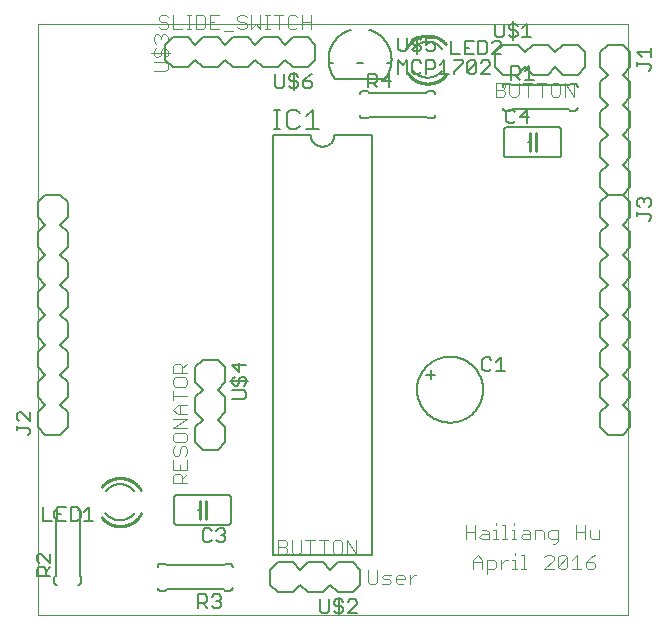
<source format=gto>
G75*
%MOIN*%
%OFA0B0*%
%FSLAX25Y25*%
%IPPOS*%
%LPD*%
%AMOC8*
5,1,8,0,0,1.08239X$1,22.5*
%
%ADD10C,0.00000*%
%ADD11C,0.00400*%
%ADD12C,0.00600*%
%ADD13C,0.00500*%
%ADD14C,0.01000*%
%ADD15C,0.00800*%
D10*
X0009867Y0002367D02*
X0009867Y0199217D01*
X0206717Y0199217D01*
X0206717Y0002367D01*
X0009867Y0002367D01*
D11*
X0055063Y0046131D02*
X0055063Y0048433D01*
X0055830Y0049201D01*
X0057365Y0049201D01*
X0058132Y0048433D01*
X0058132Y0046131D01*
X0059667Y0046131D02*
X0055063Y0046131D01*
X0058132Y0047666D02*
X0059667Y0049201D01*
X0059667Y0050735D02*
X0059667Y0053804D01*
X0058899Y0055339D02*
X0059667Y0056106D01*
X0059667Y0057641D01*
X0058899Y0058408D01*
X0058132Y0058408D01*
X0057365Y0057641D01*
X0057365Y0056106D01*
X0056597Y0055339D01*
X0055830Y0055339D01*
X0055063Y0056106D01*
X0055063Y0057641D01*
X0055830Y0058408D01*
X0055830Y0059943D02*
X0058899Y0059943D01*
X0059667Y0060710D01*
X0059667Y0062245D01*
X0058899Y0063012D01*
X0055830Y0063012D01*
X0055063Y0062245D01*
X0055063Y0060710D01*
X0055830Y0059943D01*
X0055063Y0064547D02*
X0059667Y0067616D01*
X0055063Y0067616D01*
X0056597Y0069151D02*
X0055063Y0070686D01*
X0056597Y0072220D01*
X0059667Y0072220D01*
X0057365Y0072220D02*
X0057365Y0069151D01*
X0056597Y0069151D02*
X0059667Y0069151D01*
X0059667Y0064547D02*
X0055063Y0064547D01*
X0055063Y0073755D02*
X0055063Y0076824D01*
X0055063Y0075289D02*
X0059667Y0075289D01*
X0058899Y0078359D02*
X0055830Y0078359D01*
X0055063Y0079126D01*
X0055063Y0080661D01*
X0055830Y0081428D01*
X0058899Y0081428D01*
X0059667Y0080661D01*
X0059667Y0079126D01*
X0058899Y0078359D01*
X0058132Y0082963D02*
X0058132Y0085265D01*
X0057365Y0086032D01*
X0055830Y0086032D01*
X0055063Y0085265D01*
X0055063Y0082963D01*
X0059667Y0082963D01*
X0058132Y0084497D02*
X0059667Y0086032D01*
X0055063Y0053804D02*
X0055063Y0050735D01*
X0059667Y0050735D01*
X0057365Y0050735D02*
X0057365Y0052270D01*
X0089943Y0027171D02*
X0089943Y0022567D01*
X0092245Y0022567D01*
X0093012Y0023334D01*
X0093012Y0024101D01*
X0092245Y0024869D01*
X0089943Y0024869D01*
X0089943Y0027171D02*
X0092245Y0027171D01*
X0093012Y0026403D01*
X0093012Y0025636D01*
X0092245Y0024869D01*
X0094547Y0023334D02*
X0095314Y0022567D01*
X0096849Y0022567D01*
X0097616Y0023334D01*
X0097616Y0027171D01*
X0099151Y0027171D02*
X0102220Y0027171D01*
X0100686Y0027171D02*
X0100686Y0022567D01*
X0105289Y0022567D02*
X0105289Y0027171D01*
X0103755Y0027171D02*
X0106824Y0027171D01*
X0108359Y0026403D02*
X0108359Y0023334D01*
X0109126Y0022567D01*
X0110661Y0022567D01*
X0111428Y0023334D01*
X0111428Y0026403D01*
X0110661Y0027171D01*
X0109126Y0027171D01*
X0108359Y0026403D01*
X0112963Y0027171D02*
X0112963Y0022567D01*
X0116032Y0022567D02*
X0116032Y0027171D01*
X0112963Y0027171D02*
X0116032Y0022567D01*
X0120067Y0017171D02*
X0120067Y0013334D01*
X0120834Y0012567D01*
X0122369Y0012567D01*
X0123136Y0013334D01*
X0123136Y0017171D01*
X0125438Y0015636D02*
X0127740Y0015636D01*
X0129275Y0014869D02*
X0129275Y0013334D01*
X0130042Y0012567D01*
X0131576Y0012567D01*
X0132344Y0014101D02*
X0129275Y0014101D01*
X0129275Y0014869D02*
X0130042Y0015636D01*
X0131576Y0015636D01*
X0132344Y0014869D01*
X0132344Y0014101D01*
X0133878Y0014101D02*
X0135413Y0015636D01*
X0136180Y0015636D01*
X0133878Y0015636D02*
X0133878Y0012567D01*
X0127740Y0013334D02*
X0126973Y0014101D01*
X0125438Y0014101D01*
X0124671Y0014869D01*
X0125438Y0015636D01*
X0124671Y0012567D02*
X0126973Y0012567D01*
X0127740Y0013334D01*
X0152567Y0027567D02*
X0152567Y0032171D01*
X0152567Y0029869D02*
X0155636Y0029869D01*
X0157171Y0028334D02*
X0157938Y0029101D01*
X0160240Y0029101D01*
X0160240Y0029869D02*
X0160240Y0027567D01*
X0157938Y0027567D01*
X0157171Y0028334D01*
X0155636Y0027567D02*
X0155636Y0032171D01*
X0157938Y0030636D02*
X0159473Y0030636D01*
X0160240Y0029869D01*
X0161775Y0030636D02*
X0162542Y0030636D01*
X0162542Y0027567D01*
X0161775Y0027567D02*
X0163309Y0027567D01*
X0164844Y0027567D02*
X0166378Y0027567D01*
X0165611Y0027567D02*
X0165611Y0032171D01*
X0164844Y0032171D01*
X0162542Y0032171D02*
X0162542Y0032938D01*
X0167913Y0030636D02*
X0168680Y0030636D01*
X0168680Y0027567D01*
X0167913Y0027567D02*
X0169448Y0027567D01*
X0170982Y0028334D02*
X0171750Y0029101D01*
X0174052Y0029101D01*
X0174052Y0029869D02*
X0174052Y0027567D01*
X0171750Y0027567D01*
X0170982Y0028334D01*
X0171750Y0030636D02*
X0173284Y0030636D01*
X0174052Y0029869D01*
X0175586Y0030636D02*
X0177888Y0030636D01*
X0178656Y0029869D01*
X0178656Y0027567D01*
X0180190Y0028334D02*
X0180958Y0027567D01*
X0183259Y0027567D01*
X0183259Y0026799D02*
X0183259Y0030636D01*
X0180958Y0030636D01*
X0180190Y0029869D01*
X0180190Y0028334D01*
X0181725Y0026032D02*
X0182492Y0026032D01*
X0183259Y0026799D01*
X0184225Y0022171D02*
X0185759Y0022171D01*
X0186527Y0021403D01*
X0183458Y0018334D01*
X0184225Y0017567D01*
X0185759Y0017567D01*
X0186527Y0018334D01*
X0186527Y0021403D01*
X0188061Y0020636D02*
X0189596Y0022171D01*
X0189596Y0017567D01*
X0188061Y0017567D02*
X0191131Y0017567D01*
X0192665Y0018334D02*
X0192665Y0019869D01*
X0194967Y0019869D01*
X0195735Y0019101D01*
X0195735Y0018334D01*
X0194967Y0017567D01*
X0193433Y0017567D01*
X0192665Y0018334D01*
X0192665Y0019869D02*
X0194200Y0021403D01*
X0195735Y0022171D01*
X0194769Y0027567D02*
X0197071Y0027567D01*
X0197071Y0030636D01*
X0194002Y0030636D02*
X0194002Y0028334D01*
X0194769Y0027567D01*
X0192467Y0027567D02*
X0192467Y0032171D01*
X0192467Y0029869D02*
X0189398Y0029869D01*
X0189398Y0027567D02*
X0189398Y0032171D01*
X0184225Y0022171D02*
X0183458Y0021403D01*
X0183458Y0018334D01*
X0181923Y0017567D02*
X0178854Y0017567D01*
X0181923Y0020636D01*
X0181923Y0021403D01*
X0181156Y0022171D01*
X0179621Y0022171D01*
X0178854Y0021403D01*
X0171948Y0022171D02*
X0171948Y0017567D01*
X0172715Y0017567D02*
X0171180Y0017567D01*
X0169646Y0017567D02*
X0168111Y0017567D01*
X0168878Y0017567D02*
X0168878Y0020636D01*
X0168111Y0020636D01*
X0166576Y0020636D02*
X0165809Y0020636D01*
X0164275Y0019101D01*
X0164275Y0017567D02*
X0164275Y0020636D01*
X0162740Y0019869D02*
X0162740Y0018334D01*
X0161973Y0017567D01*
X0159671Y0017567D01*
X0159671Y0016032D02*
X0159671Y0020636D01*
X0161973Y0020636D01*
X0162740Y0019869D01*
X0158136Y0019869D02*
X0155067Y0019869D01*
X0155067Y0020636D02*
X0155067Y0017567D01*
X0158136Y0017567D02*
X0158136Y0020636D01*
X0156601Y0022171D01*
X0155067Y0020636D01*
X0168878Y0022171D02*
X0168878Y0022938D01*
X0171180Y0022171D02*
X0171948Y0022171D01*
X0175586Y0027567D02*
X0175586Y0030636D01*
X0168680Y0032171D02*
X0168680Y0032938D01*
X0094547Y0027171D02*
X0094547Y0023334D01*
X0162567Y0175067D02*
X0164869Y0175067D01*
X0165636Y0175834D01*
X0165636Y0176601D01*
X0164869Y0177369D01*
X0162567Y0177369D01*
X0162567Y0175067D02*
X0162567Y0179671D01*
X0164869Y0179671D01*
X0165636Y0178903D01*
X0165636Y0178136D01*
X0164869Y0177369D01*
X0167171Y0175834D02*
X0167938Y0175067D01*
X0169473Y0175067D01*
X0170240Y0175834D01*
X0170240Y0179671D01*
X0171775Y0179671D02*
X0174844Y0179671D01*
X0176378Y0179671D02*
X0179448Y0179671D01*
X0177913Y0179671D02*
X0177913Y0175067D01*
X0180982Y0175834D02*
X0180982Y0178903D01*
X0181750Y0179671D01*
X0183284Y0179671D01*
X0184052Y0178903D01*
X0184052Y0175834D01*
X0183284Y0175067D01*
X0181750Y0175067D01*
X0180982Y0175834D01*
X0185586Y0175067D02*
X0185586Y0179671D01*
X0188656Y0175067D01*
X0188656Y0179671D01*
X0173309Y0179671D02*
X0173309Y0175067D01*
X0167171Y0175834D02*
X0167171Y0179671D01*
X0101032Y0197567D02*
X0101032Y0202171D01*
X0101032Y0199869D02*
X0097963Y0199869D01*
X0096428Y0201403D02*
X0095661Y0202171D01*
X0094126Y0202171D01*
X0093359Y0201403D01*
X0093359Y0198334D01*
X0094126Y0197567D01*
X0095661Y0197567D01*
X0096428Y0198334D01*
X0097963Y0197567D02*
X0097963Y0202171D01*
X0091824Y0202171D02*
X0088755Y0202171D01*
X0090289Y0202171D02*
X0090289Y0197567D01*
X0087220Y0197567D02*
X0085685Y0197567D01*
X0086453Y0197567D02*
X0086453Y0202171D01*
X0087220Y0202171D02*
X0085685Y0202171D01*
X0084151Y0202171D02*
X0084151Y0197567D01*
X0082616Y0199101D01*
X0081082Y0197567D01*
X0081082Y0202171D01*
X0079547Y0201403D02*
X0078780Y0202171D01*
X0077245Y0202171D01*
X0076478Y0201403D01*
X0076478Y0200636D01*
X0077245Y0199869D01*
X0078780Y0199869D01*
X0079547Y0199101D01*
X0079547Y0198334D01*
X0078780Y0197567D01*
X0077245Y0197567D01*
X0076478Y0198334D01*
X0074943Y0196799D02*
X0071874Y0196799D01*
X0070339Y0197567D02*
X0067270Y0197567D01*
X0067270Y0202171D01*
X0070339Y0202171D01*
X0068804Y0199869D02*
X0067270Y0199869D01*
X0065735Y0201403D02*
X0064968Y0202171D01*
X0062666Y0202171D01*
X0062666Y0197567D01*
X0064968Y0197567D01*
X0065735Y0198334D01*
X0065735Y0201403D01*
X0061131Y0202171D02*
X0059597Y0202171D01*
X0060364Y0202171D02*
X0060364Y0197567D01*
X0059597Y0197567D02*
X0061131Y0197567D01*
X0058062Y0197567D02*
X0054993Y0197567D01*
X0054993Y0202171D01*
X0053458Y0201403D02*
X0052691Y0202171D01*
X0051156Y0202171D01*
X0050389Y0201403D01*
X0050389Y0200636D01*
X0051156Y0199869D01*
X0052691Y0199869D01*
X0053458Y0199101D01*
X0053458Y0198334D01*
X0052691Y0197567D01*
X0051156Y0197567D01*
X0050389Y0198334D01*
X0050141Y0195749D02*
X0049373Y0195749D01*
X0048606Y0194982D01*
X0048606Y0193447D01*
X0049373Y0192680D01*
X0049373Y0191145D02*
X0048606Y0190378D01*
X0048606Y0188843D01*
X0049373Y0188076D01*
X0050141Y0188076D01*
X0050908Y0188843D01*
X0050908Y0190378D01*
X0051675Y0191145D01*
X0052443Y0191145D01*
X0053210Y0190378D01*
X0053210Y0188843D01*
X0052443Y0188076D01*
X0052443Y0186541D02*
X0048606Y0186541D01*
X0048606Y0183472D02*
X0052443Y0183472D01*
X0053210Y0184239D01*
X0053210Y0185774D01*
X0052443Y0186541D01*
X0053977Y0189611D02*
X0047839Y0189611D01*
X0050908Y0194215D02*
X0050908Y0194982D01*
X0051675Y0195749D01*
X0052443Y0195749D01*
X0053210Y0194982D01*
X0053210Y0193447D01*
X0052443Y0192680D01*
X0050908Y0194982D02*
X0050141Y0195749D01*
D12*
X0088667Y0170572D02*
X0090802Y0170572D01*
X0089734Y0170572D02*
X0089734Y0164167D01*
X0088667Y0164167D02*
X0090802Y0164167D01*
X0092964Y0165234D02*
X0094031Y0164167D01*
X0096166Y0164167D01*
X0097234Y0165234D01*
X0099409Y0164167D02*
X0103679Y0164167D01*
X0101544Y0164167D02*
X0101544Y0170572D01*
X0099409Y0168437D01*
X0097234Y0169505D02*
X0096166Y0170572D01*
X0094031Y0170572D01*
X0092964Y0169505D01*
X0092964Y0165234D01*
X0088367Y0162367D02*
X0100867Y0162367D01*
X0100869Y0162241D01*
X0100875Y0162116D01*
X0100885Y0161991D01*
X0100899Y0161866D01*
X0100916Y0161741D01*
X0100938Y0161617D01*
X0100963Y0161494D01*
X0100993Y0161372D01*
X0101026Y0161251D01*
X0101063Y0161131D01*
X0101103Y0161012D01*
X0101148Y0160895D01*
X0101196Y0160778D01*
X0101248Y0160664D01*
X0101303Y0160551D01*
X0101362Y0160440D01*
X0101424Y0160331D01*
X0101490Y0160224D01*
X0101559Y0160119D01*
X0101631Y0160016D01*
X0101706Y0159915D01*
X0101785Y0159817D01*
X0101867Y0159722D01*
X0101951Y0159629D01*
X0102039Y0159539D01*
X0102129Y0159451D01*
X0102222Y0159367D01*
X0102317Y0159285D01*
X0102415Y0159206D01*
X0102516Y0159131D01*
X0102619Y0159059D01*
X0102724Y0158990D01*
X0102831Y0158924D01*
X0102940Y0158862D01*
X0103051Y0158803D01*
X0103164Y0158748D01*
X0103278Y0158696D01*
X0103395Y0158648D01*
X0103512Y0158603D01*
X0103631Y0158563D01*
X0103751Y0158526D01*
X0103872Y0158493D01*
X0103994Y0158463D01*
X0104117Y0158438D01*
X0104241Y0158416D01*
X0104366Y0158399D01*
X0104491Y0158385D01*
X0104616Y0158375D01*
X0104741Y0158369D01*
X0104867Y0158367D01*
X0104993Y0158369D01*
X0105118Y0158375D01*
X0105243Y0158385D01*
X0105368Y0158399D01*
X0105493Y0158416D01*
X0105617Y0158438D01*
X0105740Y0158463D01*
X0105862Y0158493D01*
X0105983Y0158526D01*
X0106103Y0158563D01*
X0106222Y0158603D01*
X0106339Y0158648D01*
X0106456Y0158696D01*
X0106570Y0158748D01*
X0106683Y0158803D01*
X0106794Y0158862D01*
X0106903Y0158924D01*
X0107010Y0158990D01*
X0107115Y0159059D01*
X0107218Y0159131D01*
X0107319Y0159206D01*
X0107417Y0159285D01*
X0107512Y0159367D01*
X0107605Y0159451D01*
X0107695Y0159539D01*
X0107783Y0159629D01*
X0107867Y0159722D01*
X0107949Y0159817D01*
X0108028Y0159915D01*
X0108103Y0160016D01*
X0108175Y0160119D01*
X0108244Y0160224D01*
X0108310Y0160331D01*
X0108372Y0160440D01*
X0108431Y0160551D01*
X0108486Y0160664D01*
X0108538Y0160778D01*
X0108586Y0160895D01*
X0108631Y0161012D01*
X0108671Y0161131D01*
X0108708Y0161251D01*
X0108741Y0161372D01*
X0108771Y0161494D01*
X0108796Y0161617D01*
X0108818Y0161741D01*
X0108835Y0161866D01*
X0108849Y0161991D01*
X0108859Y0162116D01*
X0108865Y0162241D01*
X0108867Y0162367D01*
X0121367Y0162367D01*
X0121367Y0022367D01*
X0088367Y0022367D01*
X0088367Y0162367D01*
X0118367Y0167867D02*
X0119867Y0167867D01*
X0120367Y0168367D01*
X0139367Y0168367D01*
X0139867Y0167867D01*
X0141367Y0167867D01*
X0141427Y0167869D01*
X0141488Y0167874D01*
X0141547Y0167883D01*
X0141606Y0167896D01*
X0141665Y0167912D01*
X0141722Y0167932D01*
X0141777Y0167955D01*
X0141832Y0167982D01*
X0141884Y0168011D01*
X0141935Y0168044D01*
X0141984Y0168080D01*
X0142030Y0168118D01*
X0142074Y0168160D01*
X0142116Y0168204D01*
X0142154Y0168250D01*
X0142190Y0168299D01*
X0142223Y0168350D01*
X0142252Y0168402D01*
X0142279Y0168457D01*
X0142302Y0168512D01*
X0142322Y0168569D01*
X0142338Y0168628D01*
X0142351Y0168687D01*
X0142360Y0168746D01*
X0142365Y0168807D01*
X0142367Y0168867D01*
X0142367Y0175867D02*
X0142365Y0175927D01*
X0142360Y0175988D01*
X0142351Y0176047D01*
X0142338Y0176106D01*
X0142322Y0176165D01*
X0142302Y0176222D01*
X0142279Y0176277D01*
X0142252Y0176332D01*
X0142223Y0176384D01*
X0142190Y0176435D01*
X0142154Y0176484D01*
X0142116Y0176530D01*
X0142074Y0176574D01*
X0142030Y0176616D01*
X0141984Y0176654D01*
X0141935Y0176690D01*
X0141884Y0176723D01*
X0141832Y0176752D01*
X0141777Y0176779D01*
X0141722Y0176802D01*
X0141665Y0176822D01*
X0141606Y0176838D01*
X0141547Y0176851D01*
X0141488Y0176860D01*
X0141427Y0176865D01*
X0141367Y0176867D01*
X0139867Y0176867D01*
X0139367Y0176367D01*
X0120367Y0176367D01*
X0119867Y0176867D01*
X0118367Y0176867D01*
X0118307Y0176865D01*
X0118246Y0176860D01*
X0118187Y0176851D01*
X0118128Y0176838D01*
X0118069Y0176822D01*
X0118012Y0176802D01*
X0117957Y0176779D01*
X0117902Y0176752D01*
X0117850Y0176723D01*
X0117799Y0176690D01*
X0117750Y0176654D01*
X0117704Y0176616D01*
X0117660Y0176574D01*
X0117618Y0176530D01*
X0117580Y0176484D01*
X0117544Y0176435D01*
X0117511Y0176384D01*
X0117482Y0176332D01*
X0117455Y0176277D01*
X0117432Y0176222D01*
X0117412Y0176165D01*
X0117396Y0176106D01*
X0117383Y0176047D01*
X0117374Y0175988D01*
X0117369Y0175927D01*
X0117367Y0175867D01*
X0117367Y0168867D02*
X0117369Y0168807D01*
X0117374Y0168746D01*
X0117383Y0168687D01*
X0117396Y0168628D01*
X0117412Y0168569D01*
X0117432Y0168512D01*
X0117455Y0168457D01*
X0117482Y0168402D01*
X0117511Y0168350D01*
X0117544Y0168299D01*
X0117580Y0168250D01*
X0117618Y0168204D01*
X0117660Y0168160D01*
X0117704Y0168118D01*
X0117750Y0168080D01*
X0117799Y0168044D01*
X0117850Y0168011D01*
X0117902Y0167982D01*
X0117957Y0167955D01*
X0118012Y0167932D01*
X0118069Y0167912D01*
X0118128Y0167896D01*
X0118187Y0167883D01*
X0118246Y0167874D01*
X0118307Y0167869D01*
X0118367Y0167867D01*
X0139867Y0193367D02*
X0140021Y0193365D01*
X0140175Y0193359D01*
X0140329Y0193349D01*
X0140483Y0193335D01*
X0140636Y0193318D01*
X0140788Y0193296D01*
X0140940Y0193270D01*
X0141092Y0193241D01*
X0141242Y0193207D01*
X0141392Y0193170D01*
X0141540Y0193129D01*
X0141688Y0193084D01*
X0141834Y0193035D01*
X0141979Y0192983D01*
X0142122Y0192927D01*
X0142265Y0192867D01*
X0142405Y0192804D01*
X0142544Y0192737D01*
X0142681Y0192666D01*
X0142816Y0192592D01*
X0142949Y0192515D01*
X0143081Y0192434D01*
X0143210Y0192350D01*
X0143337Y0192262D01*
X0143461Y0192171D01*
X0143583Y0192078D01*
X0143703Y0191980D01*
X0143820Y0191880D01*
X0143935Y0191777D01*
X0144047Y0191671D01*
X0144156Y0191563D01*
X0144262Y0191451D01*
X0144366Y0191337D01*
X0144466Y0191220D01*
X0144564Y0191101D01*
X0144658Y0190979D01*
X0144749Y0190854D01*
X0139867Y0181367D02*
X0139715Y0181369D01*
X0139564Y0181375D01*
X0139413Y0181384D01*
X0139261Y0181398D01*
X0139111Y0181415D01*
X0138961Y0181436D01*
X0138811Y0181461D01*
X0138662Y0181489D01*
X0138514Y0181522D01*
X0138367Y0181558D01*
X0138220Y0181597D01*
X0138075Y0181641D01*
X0137931Y0181688D01*
X0137788Y0181739D01*
X0137647Y0181793D01*
X0137506Y0181851D01*
X0137368Y0181912D01*
X0137231Y0181977D01*
X0137095Y0182046D01*
X0136962Y0182117D01*
X0136830Y0182192D01*
X0136700Y0182271D01*
X0136573Y0182352D01*
X0136447Y0182437D01*
X0136323Y0182525D01*
X0136202Y0182616D01*
X0136083Y0182710D01*
X0135967Y0182808D01*
X0135853Y0182908D01*
X0135741Y0183010D01*
X0135633Y0183116D01*
X0135527Y0183224D01*
X0135423Y0183335D01*
X0135323Y0183449D01*
X0135225Y0183565D01*
X0135131Y0183684D01*
X0139867Y0181367D02*
X0140019Y0181369D01*
X0140170Y0181375D01*
X0140321Y0181384D01*
X0140473Y0181398D01*
X0140623Y0181415D01*
X0140773Y0181436D01*
X0140923Y0181461D01*
X0141072Y0181489D01*
X0141220Y0181522D01*
X0141367Y0181558D01*
X0141514Y0181597D01*
X0141659Y0181641D01*
X0141803Y0181688D01*
X0141946Y0181739D01*
X0142087Y0181793D01*
X0142228Y0181851D01*
X0142366Y0181912D01*
X0142503Y0181977D01*
X0142639Y0182046D01*
X0142772Y0182117D01*
X0142904Y0182192D01*
X0143034Y0182271D01*
X0143161Y0182352D01*
X0143287Y0182437D01*
X0143411Y0182525D01*
X0143532Y0182616D01*
X0143651Y0182710D01*
X0143767Y0182808D01*
X0143881Y0182908D01*
X0143993Y0183010D01*
X0144101Y0183116D01*
X0144207Y0183224D01*
X0144311Y0183335D01*
X0144411Y0183449D01*
X0144509Y0183565D01*
X0144603Y0183684D01*
X0139867Y0193367D02*
X0139717Y0193365D01*
X0139566Y0193359D01*
X0139416Y0193350D01*
X0139267Y0193337D01*
X0139117Y0193320D01*
X0138968Y0193299D01*
X0138820Y0193275D01*
X0138672Y0193247D01*
X0138525Y0193215D01*
X0138379Y0193180D01*
X0138234Y0193140D01*
X0138090Y0193098D01*
X0137947Y0193051D01*
X0137805Y0193001D01*
X0137664Y0192948D01*
X0137525Y0192891D01*
X0137387Y0192831D01*
X0137251Y0192767D01*
X0137117Y0192700D01*
X0136984Y0192629D01*
X0136853Y0192555D01*
X0136724Y0192478D01*
X0136597Y0192397D01*
X0136472Y0192314D01*
X0136349Y0192227D01*
X0136228Y0192138D01*
X0136110Y0192045D01*
X0135994Y0191949D01*
X0135880Y0191851D01*
X0135769Y0191750D01*
X0135660Y0191645D01*
X0135555Y0191539D01*
X0135451Y0191429D01*
X0135351Y0191317D01*
X0135253Y0191203D01*
X0135159Y0191086D01*
X0135067Y0190967D01*
X0165867Y0179367D02*
X0167367Y0179367D01*
X0167867Y0178867D01*
X0186867Y0178867D01*
X0187367Y0179367D01*
X0188867Y0179367D01*
X0188927Y0179365D01*
X0188988Y0179360D01*
X0189047Y0179351D01*
X0189106Y0179338D01*
X0189165Y0179322D01*
X0189222Y0179302D01*
X0189277Y0179279D01*
X0189332Y0179252D01*
X0189384Y0179223D01*
X0189435Y0179190D01*
X0189484Y0179154D01*
X0189530Y0179116D01*
X0189574Y0179074D01*
X0189616Y0179030D01*
X0189654Y0178984D01*
X0189690Y0178935D01*
X0189723Y0178884D01*
X0189752Y0178832D01*
X0189779Y0178777D01*
X0189802Y0178722D01*
X0189822Y0178665D01*
X0189838Y0178606D01*
X0189851Y0178547D01*
X0189860Y0178488D01*
X0189865Y0178427D01*
X0189867Y0178367D01*
X0189867Y0171367D02*
X0189865Y0171307D01*
X0189860Y0171246D01*
X0189851Y0171187D01*
X0189838Y0171128D01*
X0189822Y0171069D01*
X0189802Y0171012D01*
X0189779Y0170957D01*
X0189752Y0170902D01*
X0189723Y0170850D01*
X0189690Y0170799D01*
X0189654Y0170750D01*
X0189616Y0170704D01*
X0189574Y0170660D01*
X0189530Y0170618D01*
X0189484Y0170580D01*
X0189435Y0170544D01*
X0189384Y0170511D01*
X0189332Y0170482D01*
X0189277Y0170455D01*
X0189222Y0170432D01*
X0189165Y0170412D01*
X0189106Y0170396D01*
X0189047Y0170383D01*
X0188988Y0170374D01*
X0188927Y0170369D01*
X0188867Y0170367D01*
X0187367Y0170367D01*
X0186867Y0170867D01*
X0167867Y0170867D01*
X0167367Y0170367D01*
X0165867Y0170367D01*
X0165807Y0170369D01*
X0165746Y0170374D01*
X0165687Y0170383D01*
X0165628Y0170396D01*
X0165569Y0170412D01*
X0165512Y0170432D01*
X0165457Y0170455D01*
X0165402Y0170482D01*
X0165350Y0170511D01*
X0165299Y0170544D01*
X0165250Y0170580D01*
X0165204Y0170618D01*
X0165160Y0170660D01*
X0165118Y0170704D01*
X0165080Y0170750D01*
X0165044Y0170799D01*
X0165011Y0170850D01*
X0164982Y0170902D01*
X0164955Y0170957D01*
X0164932Y0171012D01*
X0164912Y0171069D01*
X0164896Y0171128D01*
X0164883Y0171187D01*
X0164874Y0171246D01*
X0164869Y0171307D01*
X0164867Y0171367D01*
X0166367Y0164867D02*
X0183367Y0164867D01*
X0183427Y0164865D01*
X0183488Y0164860D01*
X0183547Y0164851D01*
X0183606Y0164838D01*
X0183665Y0164822D01*
X0183722Y0164802D01*
X0183777Y0164779D01*
X0183832Y0164752D01*
X0183884Y0164723D01*
X0183935Y0164690D01*
X0183984Y0164654D01*
X0184030Y0164616D01*
X0184074Y0164574D01*
X0184116Y0164530D01*
X0184154Y0164484D01*
X0184190Y0164435D01*
X0184223Y0164384D01*
X0184252Y0164332D01*
X0184279Y0164277D01*
X0184302Y0164222D01*
X0184322Y0164165D01*
X0184338Y0164106D01*
X0184351Y0164047D01*
X0184360Y0163988D01*
X0184365Y0163927D01*
X0184367Y0163867D01*
X0184367Y0155867D01*
X0184365Y0155807D01*
X0184360Y0155746D01*
X0184351Y0155687D01*
X0184338Y0155628D01*
X0184322Y0155569D01*
X0184302Y0155512D01*
X0184279Y0155457D01*
X0184252Y0155402D01*
X0184223Y0155350D01*
X0184190Y0155299D01*
X0184154Y0155250D01*
X0184116Y0155204D01*
X0184074Y0155160D01*
X0184030Y0155118D01*
X0183984Y0155080D01*
X0183935Y0155044D01*
X0183884Y0155011D01*
X0183832Y0154982D01*
X0183777Y0154955D01*
X0183722Y0154932D01*
X0183665Y0154912D01*
X0183606Y0154896D01*
X0183547Y0154883D01*
X0183488Y0154874D01*
X0183427Y0154869D01*
X0183367Y0154867D01*
X0166367Y0154867D01*
X0166307Y0154869D01*
X0166246Y0154874D01*
X0166187Y0154883D01*
X0166128Y0154896D01*
X0166069Y0154912D01*
X0166012Y0154932D01*
X0165957Y0154955D01*
X0165902Y0154982D01*
X0165850Y0155011D01*
X0165799Y0155044D01*
X0165750Y0155080D01*
X0165704Y0155118D01*
X0165660Y0155160D01*
X0165618Y0155204D01*
X0165580Y0155250D01*
X0165544Y0155299D01*
X0165511Y0155350D01*
X0165482Y0155402D01*
X0165455Y0155457D01*
X0165432Y0155512D01*
X0165412Y0155569D01*
X0165396Y0155628D01*
X0165383Y0155687D01*
X0165374Y0155746D01*
X0165369Y0155807D01*
X0165367Y0155867D01*
X0165367Y0163867D01*
X0165369Y0163927D01*
X0165374Y0163988D01*
X0165383Y0164047D01*
X0165396Y0164106D01*
X0165412Y0164165D01*
X0165432Y0164222D01*
X0165455Y0164277D01*
X0165482Y0164332D01*
X0165511Y0164384D01*
X0165544Y0164435D01*
X0165580Y0164484D01*
X0165618Y0164530D01*
X0165660Y0164574D01*
X0165704Y0164616D01*
X0165750Y0164654D01*
X0165799Y0164690D01*
X0165850Y0164723D01*
X0165902Y0164752D01*
X0165957Y0164779D01*
X0166012Y0164802D01*
X0166069Y0164822D01*
X0166128Y0164838D01*
X0166187Y0164851D01*
X0166246Y0164860D01*
X0166307Y0164865D01*
X0166367Y0164867D01*
X0173367Y0159867D02*
X0173867Y0159867D01*
X0175867Y0159867D02*
X0176367Y0159867D01*
X0164867Y0178367D02*
X0164869Y0178427D01*
X0164874Y0178488D01*
X0164883Y0178547D01*
X0164896Y0178606D01*
X0164912Y0178665D01*
X0164932Y0178722D01*
X0164955Y0178777D01*
X0164982Y0178832D01*
X0165011Y0178884D01*
X0165044Y0178935D01*
X0165080Y0178984D01*
X0165118Y0179030D01*
X0165160Y0179074D01*
X0165204Y0179116D01*
X0165250Y0179154D01*
X0165299Y0179190D01*
X0165350Y0179223D01*
X0165402Y0179252D01*
X0165457Y0179279D01*
X0165512Y0179302D01*
X0165569Y0179322D01*
X0165628Y0179338D01*
X0165687Y0179351D01*
X0165746Y0179360D01*
X0165807Y0179365D01*
X0165867Y0179367D01*
X0140867Y0083867D02*
X0140867Y0082367D01*
X0142367Y0082367D01*
X0140867Y0082367D02*
X0140867Y0080867D01*
X0140867Y0082367D02*
X0139367Y0082367D01*
X0136367Y0077367D02*
X0136370Y0077637D01*
X0136380Y0077907D01*
X0136397Y0078176D01*
X0136420Y0078445D01*
X0136450Y0078714D01*
X0136486Y0078981D01*
X0136529Y0079248D01*
X0136578Y0079513D01*
X0136634Y0079777D01*
X0136697Y0080040D01*
X0136765Y0080301D01*
X0136841Y0080560D01*
X0136922Y0080817D01*
X0137010Y0081073D01*
X0137104Y0081326D01*
X0137204Y0081577D01*
X0137311Y0081825D01*
X0137423Y0082070D01*
X0137542Y0082313D01*
X0137666Y0082552D01*
X0137796Y0082789D01*
X0137932Y0083022D01*
X0138074Y0083252D01*
X0138221Y0083478D01*
X0138374Y0083701D01*
X0138532Y0083920D01*
X0138695Y0084135D01*
X0138864Y0084345D01*
X0139038Y0084552D01*
X0139217Y0084754D01*
X0139400Y0084952D01*
X0139589Y0085145D01*
X0139782Y0085334D01*
X0139980Y0085517D01*
X0140182Y0085696D01*
X0140389Y0085870D01*
X0140599Y0086039D01*
X0140814Y0086202D01*
X0141033Y0086360D01*
X0141256Y0086513D01*
X0141482Y0086660D01*
X0141712Y0086802D01*
X0141945Y0086938D01*
X0142182Y0087068D01*
X0142421Y0087192D01*
X0142664Y0087311D01*
X0142909Y0087423D01*
X0143157Y0087530D01*
X0143408Y0087630D01*
X0143661Y0087724D01*
X0143917Y0087812D01*
X0144174Y0087893D01*
X0144433Y0087969D01*
X0144694Y0088037D01*
X0144957Y0088100D01*
X0145221Y0088156D01*
X0145486Y0088205D01*
X0145753Y0088248D01*
X0146020Y0088284D01*
X0146289Y0088314D01*
X0146558Y0088337D01*
X0146827Y0088354D01*
X0147097Y0088364D01*
X0147367Y0088367D01*
X0147637Y0088364D01*
X0147907Y0088354D01*
X0148176Y0088337D01*
X0148445Y0088314D01*
X0148714Y0088284D01*
X0148981Y0088248D01*
X0149248Y0088205D01*
X0149513Y0088156D01*
X0149777Y0088100D01*
X0150040Y0088037D01*
X0150301Y0087969D01*
X0150560Y0087893D01*
X0150817Y0087812D01*
X0151073Y0087724D01*
X0151326Y0087630D01*
X0151577Y0087530D01*
X0151825Y0087423D01*
X0152070Y0087311D01*
X0152313Y0087192D01*
X0152552Y0087068D01*
X0152789Y0086938D01*
X0153022Y0086802D01*
X0153252Y0086660D01*
X0153478Y0086513D01*
X0153701Y0086360D01*
X0153920Y0086202D01*
X0154135Y0086039D01*
X0154345Y0085870D01*
X0154552Y0085696D01*
X0154754Y0085517D01*
X0154952Y0085334D01*
X0155145Y0085145D01*
X0155334Y0084952D01*
X0155517Y0084754D01*
X0155696Y0084552D01*
X0155870Y0084345D01*
X0156039Y0084135D01*
X0156202Y0083920D01*
X0156360Y0083701D01*
X0156513Y0083478D01*
X0156660Y0083252D01*
X0156802Y0083022D01*
X0156938Y0082789D01*
X0157068Y0082552D01*
X0157192Y0082313D01*
X0157311Y0082070D01*
X0157423Y0081825D01*
X0157530Y0081577D01*
X0157630Y0081326D01*
X0157724Y0081073D01*
X0157812Y0080817D01*
X0157893Y0080560D01*
X0157969Y0080301D01*
X0158037Y0080040D01*
X0158100Y0079777D01*
X0158156Y0079513D01*
X0158205Y0079248D01*
X0158248Y0078981D01*
X0158284Y0078714D01*
X0158314Y0078445D01*
X0158337Y0078176D01*
X0158354Y0077907D01*
X0158364Y0077637D01*
X0158367Y0077367D01*
X0158364Y0077097D01*
X0158354Y0076827D01*
X0158337Y0076558D01*
X0158314Y0076289D01*
X0158284Y0076020D01*
X0158248Y0075753D01*
X0158205Y0075486D01*
X0158156Y0075221D01*
X0158100Y0074957D01*
X0158037Y0074694D01*
X0157969Y0074433D01*
X0157893Y0074174D01*
X0157812Y0073917D01*
X0157724Y0073661D01*
X0157630Y0073408D01*
X0157530Y0073157D01*
X0157423Y0072909D01*
X0157311Y0072664D01*
X0157192Y0072421D01*
X0157068Y0072182D01*
X0156938Y0071945D01*
X0156802Y0071712D01*
X0156660Y0071482D01*
X0156513Y0071256D01*
X0156360Y0071033D01*
X0156202Y0070814D01*
X0156039Y0070599D01*
X0155870Y0070389D01*
X0155696Y0070182D01*
X0155517Y0069980D01*
X0155334Y0069782D01*
X0155145Y0069589D01*
X0154952Y0069400D01*
X0154754Y0069217D01*
X0154552Y0069038D01*
X0154345Y0068864D01*
X0154135Y0068695D01*
X0153920Y0068532D01*
X0153701Y0068374D01*
X0153478Y0068221D01*
X0153252Y0068074D01*
X0153022Y0067932D01*
X0152789Y0067796D01*
X0152552Y0067666D01*
X0152313Y0067542D01*
X0152070Y0067423D01*
X0151825Y0067311D01*
X0151577Y0067204D01*
X0151326Y0067104D01*
X0151073Y0067010D01*
X0150817Y0066922D01*
X0150560Y0066841D01*
X0150301Y0066765D01*
X0150040Y0066697D01*
X0149777Y0066634D01*
X0149513Y0066578D01*
X0149248Y0066529D01*
X0148981Y0066486D01*
X0148714Y0066450D01*
X0148445Y0066420D01*
X0148176Y0066397D01*
X0147907Y0066380D01*
X0147637Y0066370D01*
X0147367Y0066367D01*
X0147097Y0066370D01*
X0146827Y0066380D01*
X0146558Y0066397D01*
X0146289Y0066420D01*
X0146020Y0066450D01*
X0145753Y0066486D01*
X0145486Y0066529D01*
X0145221Y0066578D01*
X0144957Y0066634D01*
X0144694Y0066697D01*
X0144433Y0066765D01*
X0144174Y0066841D01*
X0143917Y0066922D01*
X0143661Y0067010D01*
X0143408Y0067104D01*
X0143157Y0067204D01*
X0142909Y0067311D01*
X0142664Y0067423D01*
X0142421Y0067542D01*
X0142182Y0067666D01*
X0141945Y0067796D01*
X0141712Y0067932D01*
X0141482Y0068074D01*
X0141256Y0068221D01*
X0141033Y0068374D01*
X0140814Y0068532D01*
X0140599Y0068695D01*
X0140389Y0068864D01*
X0140182Y0069038D01*
X0139980Y0069217D01*
X0139782Y0069400D01*
X0139589Y0069589D01*
X0139400Y0069782D01*
X0139217Y0069980D01*
X0139038Y0070182D01*
X0138864Y0070389D01*
X0138695Y0070599D01*
X0138532Y0070814D01*
X0138374Y0071033D01*
X0138221Y0071256D01*
X0138074Y0071482D01*
X0137932Y0071712D01*
X0137796Y0071945D01*
X0137666Y0072182D01*
X0137542Y0072421D01*
X0137423Y0072664D01*
X0137311Y0072909D01*
X0137204Y0073157D01*
X0137104Y0073408D01*
X0137010Y0073661D01*
X0136922Y0073917D01*
X0136841Y0074174D01*
X0136765Y0074433D01*
X0136697Y0074694D01*
X0136634Y0074957D01*
X0136578Y0075221D01*
X0136529Y0075486D01*
X0136486Y0075753D01*
X0136450Y0076020D01*
X0136420Y0076289D01*
X0136397Y0076558D01*
X0136380Y0076827D01*
X0136370Y0077097D01*
X0136367Y0077367D01*
X0074367Y0041367D02*
X0074367Y0033367D01*
X0074365Y0033307D01*
X0074360Y0033246D01*
X0074351Y0033187D01*
X0074338Y0033128D01*
X0074322Y0033069D01*
X0074302Y0033012D01*
X0074279Y0032957D01*
X0074252Y0032902D01*
X0074223Y0032850D01*
X0074190Y0032799D01*
X0074154Y0032750D01*
X0074116Y0032704D01*
X0074074Y0032660D01*
X0074030Y0032618D01*
X0073984Y0032580D01*
X0073935Y0032544D01*
X0073884Y0032511D01*
X0073832Y0032482D01*
X0073777Y0032455D01*
X0073722Y0032432D01*
X0073665Y0032412D01*
X0073606Y0032396D01*
X0073547Y0032383D01*
X0073488Y0032374D01*
X0073427Y0032369D01*
X0073367Y0032367D01*
X0056367Y0032367D01*
X0056307Y0032369D01*
X0056246Y0032374D01*
X0056187Y0032383D01*
X0056128Y0032396D01*
X0056069Y0032412D01*
X0056012Y0032432D01*
X0055957Y0032455D01*
X0055902Y0032482D01*
X0055850Y0032511D01*
X0055799Y0032544D01*
X0055750Y0032580D01*
X0055704Y0032618D01*
X0055660Y0032660D01*
X0055618Y0032704D01*
X0055580Y0032750D01*
X0055544Y0032799D01*
X0055511Y0032850D01*
X0055482Y0032902D01*
X0055455Y0032957D01*
X0055432Y0033012D01*
X0055412Y0033069D01*
X0055396Y0033128D01*
X0055383Y0033187D01*
X0055374Y0033246D01*
X0055369Y0033307D01*
X0055367Y0033367D01*
X0055367Y0041367D01*
X0055369Y0041427D01*
X0055374Y0041488D01*
X0055383Y0041547D01*
X0055396Y0041606D01*
X0055412Y0041665D01*
X0055432Y0041722D01*
X0055455Y0041777D01*
X0055482Y0041832D01*
X0055511Y0041884D01*
X0055544Y0041935D01*
X0055580Y0041984D01*
X0055618Y0042030D01*
X0055660Y0042074D01*
X0055704Y0042116D01*
X0055750Y0042154D01*
X0055799Y0042190D01*
X0055850Y0042223D01*
X0055902Y0042252D01*
X0055957Y0042279D01*
X0056012Y0042302D01*
X0056069Y0042322D01*
X0056128Y0042338D01*
X0056187Y0042351D01*
X0056246Y0042360D01*
X0056307Y0042365D01*
X0056367Y0042367D01*
X0073367Y0042367D01*
X0073427Y0042365D01*
X0073488Y0042360D01*
X0073547Y0042351D01*
X0073606Y0042338D01*
X0073665Y0042322D01*
X0073722Y0042302D01*
X0073777Y0042279D01*
X0073832Y0042252D01*
X0073884Y0042223D01*
X0073935Y0042190D01*
X0073984Y0042154D01*
X0074030Y0042116D01*
X0074074Y0042074D01*
X0074116Y0042030D01*
X0074154Y0041984D01*
X0074190Y0041935D01*
X0074223Y0041884D01*
X0074252Y0041832D01*
X0074279Y0041777D01*
X0074302Y0041722D01*
X0074322Y0041665D01*
X0074338Y0041606D01*
X0074351Y0041547D01*
X0074360Y0041488D01*
X0074365Y0041427D01*
X0074367Y0041367D01*
X0066367Y0037367D02*
X0065867Y0037367D01*
X0063867Y0037367D02*
X0063367Y0037367D01*
X0072367Y0019367D02*
X0071867Y0018867D01*
X0052867Y0018867D01*
X0052367Y0019367D01*
X0050867Y0019367D01*
X0050807Y0019365D01*
X0050746Y0019360D01*
X0050687Y0019351D01*
X0050628Y0019338D01*
X0050569Y0019322D01*
X0050512Y0019302D01*
X0050457Y0019279D01*
X0050402Y0019252D01*
X0050350Y0019223D01*
X0050299Y0019190D01*
X0050250Y0019154D01*
X0050204Y0019116D01*
X0050160Y0019074D01*
X0050118Y0019030D01*
X0050080Y0018984D01*
X0050044Y0018935D01*
X0050011Y0018884D01*
X0049982Y0018832D01*
X0049955Y0018777D01*
X0049932Y0018722D01*
X0049912Y0018665D01*
X0049896Y0018606D01*
X0049883Y0018547D01*
X0049874Y0018488D01*
X0049869Y0018427D01*
X0049867Y0018367D01*
X0049867Y0011367D02*
X0049869Y0011307D01*
X0049874Y0011246D01*
X0049883Y0011187D01*
X0049896Y0011128D01*
X0049912Y0011069D01*
X0049932Y0011012D01*
X0049955Y0010957D01*
X0049982Y0010902D01*
X0050011Y0010850D01*
X0050044Y0010799D01*
X0050080Y0010750D01*
X0050118Y0010704D01*
X0050160Y0010660D01*
X0050204Y0010618D01*
X0050250Y0010580D01*
X0050299Y0010544D01*
X0050350Y0010511D01*
X0050402Y0010482D01*
X0050457Y0010455D01*
X0050512Y0010432D01*
X0050569Y0010412D01*
X0050628Y0010396D01*
X0050687Y0010383D01*
X0050746Y0010374D01*
X0050807Y0010369D01*
X0050867Y0010367D01*
X0052367Y0010367D01*
X0052867Y0010867D01*
X0071867Y0010867D01*
X0072367Y0010367D01*
X0073867Y0010367D01*
X0073927Y0010369D01*
X0073988Y0010374D01*
X0074047Y0010383D01*
X0074106Y0010396D01*
X0074165Y0010412D01*
X0074222Y0010432D01*
X0074277Y0010455D01*
X0074332Y0010482D01*
X0074384Y0010511D01*
X0074435Y0010544D01*
X0074484Y0010580D01*
X0074530Y0010618D01*
X0074574Y0010660D01*
X0074616Y0010704D01*
X0074654Y0010750D01*
X0074690Y0010799D01*
X0074723Y0010850D01*
X0074752Y0010902D01*
X0074779Y0010957D01*
X0074802Y0011012D01*
X0074822Y0011069D01*
X0074838Y0011128D01*
X0074851Y0011187D01*
X0074860Y0011246D01*
X0074865Y0011307D01*
X0074867Y0011367D01*
X0074867Y0018367D02*
X0074865Y0018427D01*
X0074860Y0018488D01*
X0074851Y0018547D01*
X0074838Y0018606D01*
X0074822Y0018665D01*
X0074802Y0018722D01*
X0074779Y0018777D01*
X0074752Y0018832D01*
X0074723Y0018884D01*
X0074690Y0018935D01*
X0074654Y0018984D01*
X0074616Y0019030D01*
X0074574Y0019074D01*
X0074530Y0019116D01*
X0074484Y0019154D01*
X0074435Y0019190D01*
X0074384Y0019223D01*
X0074332Y0019252D01*
X0074277Y0019279D01*
X0074222Y0019302D01*
X0074165Y0019322D01*
X0074106Y0019338D01*
X0074047Y0019351D01*
X0073988Y0019360D01*
X0073927Y0019365D01*
X0073867Y0019367D01*
X0072367Y0019367D01*
X0037367Y0033867D02*
X0037213Y0033869D01*
X0037059Y0033875D01*
X0036905Y0033885D01*
X0036751Y0033899D01*
X0036598Y0033916D01*
X0036446Y0033938D01*
X0036294Y0033964D01*
X0036142Y0033993D01*
X0035992Y0034027D01*
X0035842Y0034064D01*
X0035694Y0034105D01*
X0035546Y0034150D01*
X0035400Y0034199D01*
X0035255Y0034251D01*
X0035112Y0034307D01*
X0034969Y0034367D01*
X0034829Y0034430D01*
X0034690Y0034497D01*
X0034553Y0034568D01*
X0034418Y0034642D01*
X0034285Y0034719D01*
X0034153Y0034800D01*
X0034024Y0034884D01*
X0033897Y0034972D01*
X0033773Y0035063D01*
X0033651Y0035156D01*
X0033531Y0035254D01*
X0033414Y0035354D01*
X0033299Y0035457D01*
X0033187Y0035563D01*
X0033078Y0035671D01*
X0032972Y0035783D01*
X0032868Y0035897D01*
X0032768Y0036014D01*
X0032670Y0036133D01*
X0032576Y0036255D01*
X0032485Y0036380D01*
X0037367Y0045867D02*
X0037519Y0045865D01*
X0037670Y0045859D01*
X0037821Y0045850D01*
X0037973Y0045836D01*
X0038123Y0045819D01*
X0038273Y0045798D01*
X0038423Y0045773D01*
X0038572Y0045745D01*
X0038720Y0045712D01*
X0038867Y0045676D01*
X0039014Y0045637D01*
X0039159Y0045593D01*
X0039303Y0045546D01*
X0039446Y0045495D01*
X0039587Y0045441D01*
X0039728Y0045383D01*
X0039866Y0045322D01*
X0040003Y0045257D01*
X0040139Y0045188D01*
X0040272Y0045117D01*
X0040404Y0045042D01*
X0040534Y0044963D01*
X0040661Y0044882D01*
X0040787Y0044797D01*
X0040911Y0044709D01*
X0041032Y0044618D01*
X0041151Y0044524D01*
X0041267Y0044426D01*
X0041381Y0044326D01*
X0041493Y0044224D01*
X0041601Y0044118D01*
X0041707Y0044010D01*
X0041811Y0043899D01*
X0041911Y0043785D01*
X0042009Y0043669D01*
X0042103Y0043550D01*
X0037367Y0045867D02*
X0037215Y0045865D01*
X0037064Y0045859D01*
X0036913Y0045850D01*
X0036761Y0045836D01*
X0036611Y0045819D01*
X0036461Y0045798D01*
X0036311Y0045773D01*
X0036162Y0045745D01*
X0036014Y0045712D01*
X0035867Y0045676D01*
X0035720Y0045637D01*
X0035575Y0045593D01*
X0035431Y0045546D01*
X0035288Y0045495D01*
X0035147Y0045441D01*
X0035006Y0045383D01*
X0034868Y0045322D01*
X0034731Y0045257D01*
X0034595Y0045188D01*
X0034462Y0045117D01*
X0034330Y0045042D01*
X0034200Y0044963D01*
X0034073Y0044882D01*
X0033947Y0044797D01*
X0033823Y0044709D01*
X0033702Y0044618D01*
X0033583Y0044524D01*
X0033467Y0044426D01*
X0033353Y0044326D01*
X0033241Y0044224D01*
X0033133Y0044118D01*
X0033027Y0044010D01*
X0032923Y0043899D01*
X0032823Y0043785D01*
X0032725Y0043669D01*
X0032631Y0043550D01*
X0037367Y0033867D02*
X0037517Y0033869D01*
X0037668Y0033875D01*
X0037818Y0033884D01*
X0037967Y0033897D01*
X0038117Y0033914D01*
X0038266Y0033935D01*
X0038414Y0033959D01*
X0038562Y0033987D01*
X0038709Y0034019D01*
X0038855Y0034054D01*
X0039000Y0034094D01*
X0039144Y0034136D01*
X0039287Y0034183D01*
X0039429Y0034233D01*
X0039570Y0034286D01*
X0039709Y0034343D01*
X0039847Y0034403D01*
X0039983Y0034467D01*
X0040117Y0034534D01*
X0040250Y0034605D01*
X0040381Y0034679D01*
X0040510Y0034756D01*
X0040637Y0034837D01*
X0040762Y0034920D01*
X0040885Y0035007D01*
X0041006Y0035096D01*
X0041124Y0035189D01*
X0041240Y0035285D01*
X0041354Y0035383D01*
X0041465Y0035484D01*
X0041574Y0035589D01*
X0041679Y0035695D01*
X0041783Y0035805D01*
X0041883Y0035917D01*
X0041981Y0036031D01*
X0042075Y0036148D01*
X0042167Y0036267D01*
X0024367Y0036367D02*
X0024367Y0034867D01*
X0023867Y0034367D01*
X0023867Y0015367D01*
X0024367Y0014867D01*
X0024367Y0013367D01*
X0024365Y0013307D01*
X0024360Y0013246D01*
X0024351Y0013187D01*
X0024338Y0013128D01*
X0024322Y0013069D01*
X0024302Y0013012D01*
X0024279Y0012957D01*
X0024252Y0012902D01*
X0024223Y0012850D01*
X0024190Y0012799D01*
X0024154Y0012750D01*
X0024116Y0012704D01*
X0024074Y0012660D01*
X0024030Y0012618D01*
X0023984Y0012580D01*
X0023935Y0012544D01*
X0023884Y0012511D01*
X0023832Y0012482D01*
X0023777Y0012455D01*
X0023722Y0012432D01*
X0023665Y0012412D01*
X0023606Y0012396D01*
X0023547Y0012383D01*
X0023488Y0012374D01*
X0023427Y0012369D01*
X0023367Y0012367D01*
X0016367Y0012367D02*
X0016307Y0012369D01*
X0016246Y0012374D01*
X0016187Y0012383D01*
X0016128Y0012396D01*
X0016069Y0012412D01*
X0016012Y0012432D01*
X0015957Y0012455D01*
X0015902Y0012482D01*
X0015850Y0012511D01*
X0015799Y0012544D01*
X0015750Y0012580D01*
X0015704Y0012618D01*
X0015660Y0012660D01*
X0015618Y0012704D01*
X0015580Y0012750D01*
X0015544Y0012799D01*
X0015511Y0012850D01*
X0015482Y0012902D01*
X0015455Y0012957D01*
X0015432Y0013012D01*
X0015412Y0013069D01*
X0015396Y0013128D01*
X0015383Y0013187D01*
X0015374Y0013246D01*
X0015369Y0013307D01*
X0015367Y0013367D01*
X0015367Y0014867D01*
X0015867Y0015367D01*
X0015867Y0034367D01*
X0015367Y0034867D01*
X0015367Y0036367D01*
X0015369Y0036427D01*
X0015374Y0036488D01*
X0015383Y0036547D01*
X0015396Y0036606D01*
X0015412Y0036665D01*
X0015432Y0036722D01*
X0015455Y0036777D01*
X0015482Y0036832D01*
X0015511Y0036884D01*
X0015544Y0036935D01*
X0015580Y0036984D01*
X0015618Y0037030D01*
X0015660Y0037074D01*
X0015704Y0037116D01*
X0015750Y0037154D01*
X0015799Y0037190D01*
X0015850Y0037223D01*
X0015902Y0037252D01*
X0015957Y0037279D01*
X0016012Y0037302D01*
X0016069Y0037322D01*
X0016128Y0037338D01*
X0016187Y0037351D01*
X0016246Y0037360D01*
X0016307Y0037365D01*
X0016367Y0037367D01*
X0023367Y0037367D02*
X0023427Y0037365D01*
X0023488Y0037360D01*
X0023547Y0037351D01*
X0023606Y0037338D01*
X0023665Y0037322D01*
X0023722Y0037302D01*
X0023777Y0037279D01*
X0023832Y0037252D01*
X0023884Y0037223D01*
X0023935Y0037190D01*
X0023984Y0037154D01*
X0024030Y0037116D01*
X0024074Y0037074D01*
X0024116Y0037030D01*
X0024154Y0036984D01*
X0024190Y0036935D01*
X0024223Y0036884D01*
X0024252Y0036832D01*
X0024279Y0036777D01*
X0024302Y0036722D01*
X0024322Y0036665D01*
X0024338Y0036606D01*
X0024351Y0036547D01*
X0024360Y0036488D01*
X0024365Y0036427D01*
X0024367Y0036367D01*
D13*
X0023911Y0037370D02*
X0023161Y0038120D01*
X0020909Y0038120D01*
X0020909Y0033617D01*
X0023161Y0033617D01*
X0023911Y0034367D01*
X0023911Y0037370D01*
X0025513Y0036619D02*
X0027014Y0038120D01*
X0027014Y0033617D01*
X0025513Y0033617D02*
X0028515Y0033617D01*
X0019307Y0033617D02*
X0016305Y0033617D01*
X0016305Y0038120D01*
X0019307Y0038120D01*
X0017806Y0035869D02*
X0016305Y0035869D01*
X0014703Y0033617D02*
X0011701Y0033617D01*
X0011701Y0038120D01*
X0011114Y0022723D02*
X0010363Y0022723D01*
X0009613Y0021973D01*
X0009613Y0020471D01*
X0010363Y0019721D01*
X0010363Y0018119D02*
X0011865Y0018119D01*
X0012615Y0017369D01*
X0012615Y0015117D01*
X0012615Y0016618D02*
X0014117Y0018119D01*
X0014117Y0019721D02*
X0011114Y0022723D01*
X0014117Y0022723D02*
X0014117Y0019721D01*
X0010363Y0018119D02*
X0009613Y0017369D01*
X0009613Y0015117D01*
X0014117Y0015117D01*
X0006666Y0062317D02*
X0007417Y0063067D01*
X0007417Y0063818D01*
X0006666Y0064569D01*
X0002913Y0064569D01*
X0002913Y0065319D02*
X0002913Y0063818D01*
X0003663Y0066921D02*
X0002913Y0067671D01*
X0002913Y0069173D01*
X0003663Y0069923D01*
X0004414Y0069923D01*
X0007417Y0066921D01*
X0007417Y0069923D01*
X0064909Y0030370D02*
X0064909Y0027367D01*
X0065659Y0026617D01*
X0067161Y0026617D01*
X0067911Y0027367D01*
X0069513Y0027367D02*
X0070263Y0026617D01*
X0071765Y0026617D01*
X0072515Y0027367D01*
X0072515Y0028118D01*
X0071765Y0028869D01*
X0071014Y0028869D01*
X0071765Y0028869D02*
X0072515Y0029619D01*
X0072515Y0030370D01*
X0071765Y0031120D01*
X0070263Y0031120D01*
X0069513Y0030370D01*
X0067911Y0030370D02*
X0067161Y0031120D01*
X0065659Y0031120D01*
X0064909Y0030370D01*
X0065661Y0009120D02*
X0063409Y0009120D01*
X0063409Y0004617D01*
X0063409Y0006118D02*
X0065661Y0006118D01*
X0066411Y0006869D01*
X0066411Y0008370D01*
X0065661Y0009120D01*
X0068013Y0008370D02*
X0068763Y0009120D01*
X0070265Y0009120D01*
X0071015Y0008370D01*
X0071015Y0007619D01*
X0070265Y0006869D01*
X0071015Y0006118D01*
X0071015Y0005367D01*
X0070265Y0004617D01*
X0068763Y0004617D01*
X0068013Y0005367D01*
X0066411Y0004617D02*
X0064910Y0006118D01*
X0069514Y0006869D02*
X0070265Y0006869D01*
X0104105Y0007420D02*
X0104105Y0003667D01*
X0104855Y0002917D01*
X0106357Y0002917D01*
X0107107Y0003667D01*
X0107107Y0007420D01*
X0108709Y0006670D02*
X0108709Y0005919D01*
X0109459Y0005169D01*
X0110961Y0005169D01*
X0111711Y0004418D01*
X0111711Y0003667D01*
X0110961Y0002917D01*
X0109459Y0002917D01*
X0108709Y0003667D01*
X0110210Y0002166D02*
X0110210Y0008171D01*
X0109459Y0007420D02*
X0110961Y0007420D01*
X0111711Y0006670D01*
X0113313Y0006670D02*
X0114063Y0007420D01*
X0115565Y0007420D01*
X0116315Y0006670D01*
X0116315Y0005919D01*
X0113313Y0002917D01*
X0116315Y0002917D01*
X0109459Y0007420D02*
X0108709Y0006670D01*
X0078566Y0074105D02*
X0074813Y0074105D01*
X0074813Y0077107D02*
X0078566Y0077107D01*
X0079317Y0076357D01*
X0079317Y0074855D01*
X0078566Y0074105D01*
X0078566Y0078709D02*
X0079317Y0079459D01*
X0079317Y0080961D01*
X0078566Y0081711D01*
X0077815Y0081711D01*
X0077065Y0080961D01*
X0077065Y0079459D01*
X0076314Y0078709D01*
X0075563Y0078709D01*
X0074813Y0079459D01*
X0074813Y0080961D01*
X0075563Y0081711D01*
X0074062Y0080210D02*
X0080067Y0080210D01*
X0077065Y0083313D02*
X0077065Y0086315D01*
X0079317Y0085565D02*
X0074813Y0085565D01*
X0077065Y0083313D01*
X0158117Y0084367D02*
X0158867Y0083617D01*
X0160369Y0083617D01*
X0161119Y0084367D01*
X0162721Y0083617D02*
X0165723Y0083617D01*
X0164222Y0083617D02*
X0164222Y0088120D01*
X0162721Y0086619D01*
X0161119Y0087370D02*
X0160369Y0088120D01*
X0158867Y0088120D01*
X0158117Y0087370D01*
X0158117Y0084367D01*
X0209813Y0135210D02*
X0209813Y0136711D01*
X0209813Y0135961D02*
X0213566Y0135961D01*
X0214317Y0135210D01*
X0214317Y0134459D01*
X0213566Y0133709D01*
X0213566Y0138313D02*
X0214317Y0139063D01*
X0214317Y0140565D01*
X0213566Y0141315D01*
X0212815Y0141315D01*
X0212065Y0140565D01*
X0212065Y0139814D01*
X0212065Y0140565D02*
X0211314Y0141315D01*
X0210563Y0141315D01*
X0209813Y0140565D01*
X0209813Y0139063D01*
X0210563Y0138313D01*
X0172973Y0166117D02*
X0172973Y0170620D01*
X0170721Y0168369D01*
X0173723Y0168369D01*
X0169119Y0169870D02*
X0168369Y0170620D01*
X0166867Y0170620D01*
X0166117Y0169870D01*
X0166117Y0166867D01*
X0166867Y0166117D01*
X0168369Y0166117D01*
X0169119Y0166867D01*
X0170619Y0180617D02*
X0169118Y0182118D01*
X0169869Y0182118D02*
X0167617Y0182118D01*
X0167617Y0180617D02*
X0167617Y0185120D01*
X0169869Y0185120D01*
X0170619Y0184370D01*
X0170619Y0182869D01*
X0169869Y0182118D01*
X0172221Y0183619D02*
X0173722Y0185120D01*
X0173722Y0180617D01*
X0172221Y0180617D02*
X0175223Y0180617D01*
X0164431Y0189117D02*
X0161428Y0189117D01*
X0164431Y0192119D01*
X0164431Y0192870D01*
X0163680Y0193620D01*
X0162179Y0193620D01*
X0161428Y0192870D01*
X0159827Y0192870D02*
X0159827Y0189867D01*
X0159076Y0189117D01*
X0156825Y0189117D01*
X0156825Y0193620D01*
X0159076Y0193620D01*
X0159827Y0192870D01*
X0162317Y0195567D02*
X0163067Y0194817D01*
X0164569Y0194817D01*
X0165319Y0195567D01*
X0165319Y0199320D01*
X0166921Y0198570D02*
X0167671Y0199320D01*
X0169173Y0199320D01*
X0169923Y0198570D01*
X0169173Y0197069D02*
X0167671Y0197069D01*
X0166921Y0197819D01*
X0166921Y0198570D01*
X0168422Y0200071D02*
X0168422Y0194066D01*
X0169173Y0194817D02*
X0169923Y0195567D01*
X0169923Y0196318D01*
X0169173Y0197069D01*
X0169173Y0194817D02*
X0167671Y0194817D01*
X0166921Y0195567D01*
X0162317Y0195567D02*
X0162317Y0199320D01*
X0155223Y0193620D02*
X0152221Y0193620D01*
X0152221Y0189117D01*
X0155223Y0189117D01*
X0155388Y0187120D02*
X0153887Y0187120D01*
X0153136Y0186370D01*
X0153136Y0183367D01*
X0156139Y0186370D01*
X0156139Y0183367D01*
X0155388Y0182617D01*
X0153887Y0182617D01*
X0153136Y0183367D01*
X0151535Y0186370D02*
X0148532Y0183367D01*
X0148532Y0182617D01*
X0146931Y0182617D02*
X0143928Y0182617D01*
X0145430Y0182617D02*
X0145430Y0187120D01*
X0143928Y0185619D01*
X0142327Y0184869D02*
X0141576Y0184118D01*
X0139325Y0184118D01*
X0139325Y0182617D02*
X0139325Y0187120D01*
X0141576Y0187120D01*
X0142327Y0186370D01*
X0142327Y0184869D01*
X0137723Y0186370D02*
X0136973Y0187120D01*
X0135471Y0187120D01*
X0134721Y0186370D01*
X0134721Y0183367D01*
X0135471Y0182617D01*
X0136973Y0182617D01*
X0137723Y0183367D01*
X0133119Y0182617D02*
X0133119Y0187120D01*
X0131618Y0185619D01*
X0130117Y0187120D01*
X0130117Y0182617D01*
X0126973Y0182620D02*
X0124721Y0180369D01*
X0127723Y0180369D01*
X0125613Y0180867D02*
X0109121Y0180867D01*
X0108494Y0186367D02*
X0106914Y0186367D01*
X0101315Y0182420D02*
X0099814Y0181670D01*
X0098313Y0180169D01*
X0100565Y0180169D01*
X0101315Y0179418D01*
X0101315Y0178667D01*
X0100565Y0177917D01*
X0099063Y0177917D01*
X0098313Y0178667D01*
X0098313Y0180169D01*
X0096711Y0179418D02*
X0096711Y0178667D01*
X0095961Y0177917D01*
X0094459Y0177917D01*
X0093709Y0178667D01*
X0092107Y0178667D02*
X0092107Y0182420D01*
X0093709Y0181670D02*
X0094459Y0182420D01*
X0095961Y0182420D01*
X0096711Y0181670D01*
X0095961Y0180169D02*
X0094459Y0180169D01*
X0093709Y0180919D01*
X0093709Y0181670D01*
X0095210Y0183171D02*
X0095210Y0177166D01*
X0096711Y0179418D02*
X0095961Y0180169D01*
X0092107Y0178667D02*
X0091357Y0177917D01*
X0089855Y0177917D01*
X0089105Y0178667D01*
X0089105Y0182420D01*
X0116239Y0186367D02*
X0118494Y0186367D01*
X0109121Y0180866D02*
X0108968Y0181065D01*
X0108820Y0181267D01*
X0108677Y0181472D01*
X0108539Y0181681D01*
X0108406Y0181893D01*
X0108278Y0182108D01*
X0108156Y0182326D01*
X0108038Y0182547D01*
X0107926Y0182771D01*
X0107819Y0182997D01*
X0107718Y0183226D01*
X0107622Y0183457D01*
X0107531Y0183691D01*
X0107446Y0183926D01*
X0107367Y0184164D01*
X0107294Y0184403D01*
X0107226Y0184644D01*
X0107164Y0184886D01*
X0107108Y0185130D01*
X0107057Y0185376D01*
X0107013Y0185622D01*
X0106974Y0185869D01*
X0106942Y0186117D01*
X0106915Y0186366D01*
X0120463Y0197400D02*
X0120705Y0197322D01*
X0120945Y0197238D01*
X0121183Y0197149D01*
X0121419Y0197053D01*
X0121653Y0196952D01*
X0121884Y0196846D01*
X0122112Y0196733D01*
X0122338Y0196616D01*
X0122561Y0196493D01*
X0122780Y0196364D01*
X0122997Y0196230D01*
X0123210Y0196091D01*
X0123420Y0195947D01*
X0123626Y0195798D01*
X0123828Y0195644D01*
X0124027Y0195485D01*
X0124222Y0195321D01*
X0124413Y0195152D01*
X0124599Y0194979D01*
X0124782Y0194802D01*
X0124960Y0194620D01*
X0125133Y0194434D01*
X0125302Y0194243D01*
X0125466Y0194049D01*
X0125626Y0193851D01*
X0125781Y0193649D01*
X0125930Y0193443D01*
X0126075Y0193234D01*
X0126215Y0193021D01*
X0126349Y0192805D01*
X0126478Y0192585D01*
X0126602Y0192363D01*
X0126721Y0192138D01*
X0126833Y0191910D01*
X0126941Y0191679D01*
X0127042Y0191446D01*
X0127138Y0191210D01*
X0127229Y0190972D01*
X0127313Y0190732D01*
X0127392Y0190490D01*
X0127465Y0190246D01*
X0127531Y0190000D01*
X0127592Y0189753D01*
X0127647Y0189505D01*
X0127696Y0189255D01*
X0127739Y0189004D01*
X0127775Y0188752D01*
X0127806Y0188500D01*
X0127830Y0188246D01*
X0127848Y0187993D01*
X0127860Y0187738D01*
X0127866Y0187484D01*
X0127866Y0187229D01*
X0127860Y0186975D01*
X0127847Y0186721D01*
X0127828Y0186467D01*
X0127803Y0186214D01*
X0127772Y0185961D01*
X0127735Y0185709D01*
X0127692Y0185459D01*
X0127643Y0185209D01*
X0127588Y0184960D01*
X0127526Y0184713D01*
X0127459Y0184468D01*
X0127386Y0184224D01*
X0127307Y0183982D01*
X0127222Y0183743D01*
X0127131Y0183505D01*
X0127034Y0183269D01*
X0126932Y0183036D01*
X0126824Y0182806D01*
X0126711Y0182578D01*
X0126592Y0182353D01*
X0126468Y0182131D01*
X0126339Y0181912D01*
X0126204Y0181696D01*
X0126064Y0181483D01*
X0125918Y0181274D01*
X0125768Y0181069D01*
X0125613Y0180867D01*
X0126973Y0182620D02*
X0126973Y0178117D01*
X0123119Y0178117D02*
X0121618Y0179618D01*
X0122369Y0179618D02*
X0120117Y0179618D01*
X0120117Y0178117D02*
X0120117Y0182620D01*
X0122369Y0182620D01*
X0123119Y0181870D01*
X0123119Y0180369D01*
X0122369Y0179618D01*
X0126239Y0186367D02*
X0127819Y0186367D01*
X0130867Y0190117D02*
X0130117Y0190867D01*
X0130117Y0194620D01*
X0133119Y0194620D02*
X0133119Y0190867D01*
X0132369Y0190117D01*
X0130867Y0190117D01*
X0134721Y0190867D02*
X0135471Y0190117D01*
X0136973Y0190117D01*
X0137723Y0190867D01*
X0137723Y0191618D01*
X0136973Y0192369D01*
X0135471Y0192369D01*
X0134721Y0193119D01*
X0134721Y0193870D01*
X0135471Y0194620D01*
X0136973Y0194620D01*
X0137723Y0193870D01*
X0139325Y0194620D02*
X0139325Y0192369D01*
X0140826Y0193119D01*
X0141576Y0193119D01*
X0142327Y0192369D01*
X0142327Y0190867D01*
X0141576Y0190117D01*
X0140075Y0190117D01*
X0139325Y0190867D01*
X0136222Y0189366D02*
X0136222Y0195371D01*
X0139325Y0194620D02*
X0142327Y0194620D01*
X0147617Y0193620D02*
X0147617Y0189117D01*
X0150619Y0189117D01*
X0151535Y0187120D02*
X0148532Y0187120D01*
X0151535Y0187120D02*
X0151535Y0186370D01*
X0155388Y0187120D02*
X0156139Y0186370D01*
X0157740Y0186370D02*
X0158491Y0187120D01*
X0159992Y0187120D01*
X0160743Y0186370D01*
X0160743Y0185619D01*
X0157740Y0182617D01*
X0160743Y0182617D01*
X0153722Y0191369D02*
X0152221Y0191369D01*
X0171525Y0194817D02*
X0174527Y0194817D01*
X0173026Y0194817D02*
X0173026Y0199320D01*
X0171525Y0197819D01*
X0209813Y0189814D02*
X0214317Y0189814D01*
X0214317Y0188313D02*
X0214317Y0191315D01*
X0211314Y0188313D02*
X0209813Y0189814D01*
X0209813Y0186711D02*
X0209813Y0185210D01*
X0209813Y0185961D02*
X0213566Y0185961D01*
X0214317Y0185210D01*
X0214317Y0184459D01*
X0213566Y0183709D01*
X0114271Y0197400D02*
X0114027Y0197322D01*
X0113785Y0197237D01*
X0113546Y0197147D01*
X0113308Y0197051D01*
X0113073Y0196949D01*
X0112840Y0196841D01*
X0112610Y0196728D01*
X0112383Y0196609D01*
X0112159Y0196485D01*
X0111938Y0196355D01*
X0111721Y0196220D01*
X0111506Y0196079D01*
X0111295Y0195933D01*
X0111088Y0195783D01*
X0110885Y0195627D01*
X0110685Y0195466D01*
X0110489Y0195301D01*
X0110298Y0195131D01*
X0110110Y0194956D01*
X0109927Y0194776D01*
X0109749Y0194593D01*
X0109574Y0194404D01*
X0109405Y0194212D01*
X0109240Y0194016D01*
X0109080Y0193815D01*
X0108926Y0193611D01*
X0108776Y0193403D01*
X0108631Y0193192D01*
X0108491Y0192977D01*
X0108357Y0192759D01*
X0108228Y0192537D01*
X0108105Y0192313D01*
X0107987Y0192085D01*
X0107874Y0191855D01*
X0107768Y0191622D01*
X0107667Y0191386D01*
X0107571Y0191148D01*
X0107482Y0190908D01*
X0107399Y0190666D01*
X0107321Y0190421D01*
X0107250Y0190175D01*
X0107184Y0189927D01*
X0107125Y0189678D01*
X0107071Y0189428D01*
X0107024Y0189176D01*
X0106983Y0188923D01*
X0106948Y0188669D01*
X0106919Y0188414D01*
X0106897Y0188159D01*
X0106881Y0187903D01*
X0106871Y0187647D01*
X0106867Y0187391D01*
X0106870Y0187134D01*
X0106878Y0186878D01*
X0106893Y0186622D01*
X0106915Y0186367D01*
D14*
X0132920Y0183398D02*
X0133019Y0183229D01*
X0133123Y0183063D01*
X0133230Y0182899D01*
X0133341Y0182738D01*
X0133456Y0182580D01*
X0133575Y0182425D01*
X0133698Y0182272D01*
X0133824Y0182123D01*
X0133954Y0181977D01*
X0134088Y0181834D01*
X0134225Y0181694D01*
X0134365Y0181558D01*
X0134509Y0181425D01*
X0134656Y0181296D01*
X0134806Y0181170D01*
X0134959Y0181049D01*
X0135115Y0180930D01*
X0135274Y0180816D01*
X0135435Y0180706D01*
X0135600Y0180600D01*
X0135766Y0180497D01*
X0135936Y0180399D01*
X0136107Y0180305D01*
X0136281Y0180215D01*
X0136457Y0180130D01*
X0136635Y0180048D01*
X0136815Y0179972D01*
X0136997Y0179899D01*
X0137180Y0179831D01*
X0137365Y0179768D01*
X0137552Y0179709D01*
X0137740Y0179655D01*
X0137929Y0179605D01*
X0138119Y0179560D01*
X0138311Y0179520D01*
X0138503Y0179484D01*
X0138696Y0179453D01*
X0138890Y0179427D01*
X0139085Y0179405D01*
X0139280Y0179389D01*
X0139475Y0179377D01*
X0139671Y0179369D01*
X0139866Y0179367D01*
X0132808Y0191132D02*
X0132901Y0191300D01*
X0132997Y0191466D01*
X0133097Y0191630D01*
X0133202Y0191791D01*
X0133310Y0191950D01*
X0133422Y0192106D01*
X0133538Y0192260D01*
X0133657Y0192410D01*
X0133780Y0192558D01*
X0133906Y0192703D01*
X0134036Y0192844D01*
X0134169Y0192983D01*
X0134306Y0193118D01*
X0134446Y0193250D01*
X0134588Y0193378D01*
X0134734Y0193503D01*
X0134883Y0193625D01*
X0135035Y0193743D01*
X0135189Y0193857D01*
X0135347Y0193967D01*
X0135506Y0194074D01*
X0135669Y0194177D01*
X0135834Y0194276D01*
X0136001Y0194371D01*
X0136170Y0194461D01*
X0136341Y0194548D01*
X0136515Y0194631D01*
X0136690Y0194709D01*
X0136868Y0194783D01*
X0137047Y0194853D01*
X0137227Y0194919D01*
X0137409Y0194980D01*
X0137593Y0195037D01*
X0137778Y0195089D01*
X0137964Y0195137D01*
X0138151Y0195181D01*
X0138339Y0195220D01*
X0138528Y0195254D01*
X0138718Y0195284D01*
X0138908Y0195309D01*
X0139099Y0195330D01*
X0139291Y0195346D01*
X0139483Y0195358D01*
X0139675Y0195365D01*
X0139867Y0195367D01*
X0145974Y0182199D02*
X0145847Y0182053D01*
X0145718Y0181911D01*
X0145584Y0181771D01*
X0145448Y0181635D01*
X0145308Y0181502D01*
X0145165Y0181372D01*
X0145018Y0181246D01*
X0144869Y0181124D01*
X0144717Y0181005D01*
X0144562Y0180890D01*
X0144405Y0180778D01*
X0144245Y0180671D01*
X0144082Y0180567D01*
X0143916Y0180468D01*
X0143749Y0180372D01*
X0143579Y0180280D01*
X0143407Y0180193D01*
X0143233Y0180109D01*
X0143057Y0180030D01*
X0142879Y0179956D01*
X0142699Y0179885D01*
X0142518Y0179819D01*
X0142335Y0179757D01*
X0142151Y0179700D01*
X0141965Y0179647D01*
X0141778Y0179599D01*
X0141590Y0179555D01*
X0141401Y0179516D01*
X0141211Y0179481D01*
X0141021Y0179451D01*
X0140830Y0179425D01*
X0140638Y0179404D01*
X0140445Y0179388D01*
X0140253Y0179376D01*
X0140060Y0179369D01*
X0139867Y0179367D01*
X0146013Y0192489D02*
X0145886Y0192637D01*
X0145756Y0192782D01*
X0145623Y0192923D01*
X0145486Y0193062D01*
X0145346Y0193197D01*
X0145202Y0193328D01*
X0145055Y0193456D01*
X0144906Y0193581D01*
X0144753Y0193702D01*
X0144598Y0193819D01*
X0144439Y0193932D01*
X0144278Y0194041D01*
X0144114Y0194146D01*
X0143948Y0194248D01*
X0143779Y0194345D01*
X0143609Y0194438D01*
X0143435Y0194527D01*
X0143260Y0194612D01*
X0143083Y0194692D01*
X0142904Y0194768D01*
X0142723Y0194840D01*
X0142540Y0194907D01*
X0142356Y0194970D01*
X0142170Y0195028D01*
X0141983Y0195082D01*
X0141795Y0195131D01*
X0141605Y0195176D01*
X0141415Y0195216D01*
X0141223Y0195251D01*
X0141031Y0195282D01*
X0140838Y0195308D01*
X0140644Y0195329D01*
X0140450Y0195346D01*
X0140256Y0195358D01*
X0140062Y0195365D01*
X0139867Y0195367D01*
X0173867Y0162867D02*
X0173867Y0159867D01*
X0173867Y0156867D01*
X0175867Y0156867D02*
X0175867Y0159867D01*
X0175867Y0162867D01*
X0065867Y0040367D02*
X0065867Y0037367D01*
X0065867Y0034367D01*
X0063867Y0034367D02*
X0063867Y0037367D01*
X0063867Y0040367D01*
X0044313Y0043836D02*
X0044214Y0044005D01*
X0044110Y0044171D01*
X0044003Y0044335D01*
X0043892Y0044496D01*
X0043777Y0044654D01*
X0043658Y0044809D01*
X0043535Y0044962D01*
X0043409Y0045111D01*
X0043279Y0045257D01*
X0043145Y0045400D01*
X0043008Y0045540D01*
X0042868Y0045676D01*
X0042724Y0045809D01*
X0042577Y0045938D01*
X0042427Y0046064D01*
X0042274Y0046185D01*
X0042118Y0046304D01*
X0041959Y0046418D01*
X0041798Y0046528D01*
X0041633Y0046634D01*
X0041467Y0046737D01*
X0041297Y0046835D01*
X0041126Y0046929D01*
X0040952Y0047019D01*
X0040776Y0047104D01*
X0040598Y0047186D01*
X0040418Y0047262D01*
X0040236Y0047335D01*
X0040053Y0047403D01*
X0039868Y0047466D01*
X0039681Y0047525D01*
X0039493Y0047579D01*
X0039304Y0047629D01*
X0039114Y0047674D01*
X0038922Y0047714D01*
X0038730Y0047750D01*
X0038537Y0047781D01*
X0038343Y0047807D01*
X0038148Y0047829D01*
X0037953Y0047845D01*
X0037758Y0047857D01*
X0037562Y0047865D01*
X0037367Y0047867D01*
X0044425Y0036102D02*
X0044332Y0035934D01*
X0044236Y0035768D01*
X0044136Y0035604D01*
X0044031Y0035443D01*
X0043923Y0035284D01*
X0043811Y0035128D01*
X0043695Y0034974D01*
X0043576Y0034824D01*
X0043453Y0034676D01*
X0043327Y0034531D01*
X0043197Y0034390D01*
X0043064Y0034251D01*
X0042927Y0034116D01*
X0042787Y0033984D01*
X0042645Y0033856D01*
X0042499Y0033731D01*
X0042350Y0033609D01*
X0042198Y0033491D01*
X0042044Y0033377D01*
X0041886Y0033267D01*
X0041727Y0033160D01*
X0041564Y0033057D01*
X0041399Y0032958D01*
X0041232Y0032863D01*
X0041063Y0032773D01*
X0040892Y0032686D01*
X0040718Y0032603D01*
X0040543Y0032525D01*
X0040365Y0032451D01*
X0040186Y0032381D01*
X0040006Y0032315D01*
X0039824Y0032254D01*
X0039640Y0032197D01*
X0039455Y0032145D01*
X0039269Y0032097D01*
X0039082Y0032053D01*
X0038894Y0032014D01*
X0038705Y0031980D01*
X0038515Y0031950D01*
X0038325Y0031925D01*
X0038134Y0031904D01*
X0037942Y0031888D01*
X0037750Y0031876D01*
X0037558Y0031869D01*
X0037366Y0031867D01*
X0031260Y0045035D02*
X0031387Y0045181D01*
X0031516Y0045323D01*
X0031650Y0045463D01*
X0031786Y0045599D01*
X0031926Y0045732D01*
X0032069Y0045862D01*
X0032216Y0045988D01*
X0032365Y0046110D01*
X0032517Y0046229D01*
X0032672Y0046344D01*
X0032829Y0046456D01*
X0032989Y0046563D01*
X0033152Y0046667D01*
X0033318Y0046766D01*
X0033485Y0046862D01*
X0033655Y0046954D01*
X0033827Y0047041D01*
X0034001Y0047125D01*
X0034177Y0047204D01*
X0034355Y0047278D01*
X0034535Y0047349D01*
X0034716Y0047415D01*
X0034899Y0047477D01*
X0035083Y0047534D01*
X0035269Y0047587D01*
X0035456Y0047635D01*
X0035644Y0047679D01*
X0035833Y0047718D01*
X0036023Y0047753D01*
X0036213Y0047783D01*
X0036404Y0047809D01*
X0036596Y0047830D01*
X0036789Y0047846D01*
X0036981Y0047858D01*
X0037174Y0047865D01*
X0037367Y0047867D01*
X0031221Y0034745D02*
X0031348Y0034597D01*
X0031478Y0034452D01*
X0031611Y0034311D01*
X0031748Y0034172D01*
X0031888Y0034037D01*
X0032032Y0033906D01*
X0032179Y0033778D01*
X0032328Y0033653D01*
X0032481Y0033532D01*
X0032636Y0033415D01*
X0032795Y0033302D01*
X0032956Y0033193D01*
X0033120Y0033088D01*
X0033286Y0032986D01*
X0033455Y0032889D01*
X0033625Y0032796D01*
X0033799Y0032707D01*
X0033974Y0032622D01*
X0034151Y0032542D01*
X0034330Y0032466D01*
X0034511Y0032394D01*
X0034694Y0032327D01*
X0034878Y0032264D01*
X0035064Y0032206D01*
X0035251Y0032152D01*
X0035439Y0032103D01*
X0035629Y0032058D01*
X0035819Y0032018D01*
X0036011Y0031983D01*
X0036203Y0031952D01*
X0036396Y0031926D01*
X0036590Y0031905D01*
X0036784Y0031888D01*
X0036978Y0031876D01*
X0037172Y0031869D01*
X0037367Y0031867D01*
D15*
X0064867Y0057367D02*
X0069867Y0057367D01*
X0072367Y0059867D01*
X0072367Y0064867D01*
X0069867Y0067367D01*
X0072367Y0069867D01*
X0072367Y0074867D01*
X0069867Y0077367D01*
X0072367Y0079867D01*
X0072367Y0084867D01*
X0069867Y0087367D01*
X0064867Y0087367D01*
X0062367Y0084867D01*
X0062367Y0079867D01*
X0064867Y0077367D01*
X0062367Y0074867D01*
X0062367Y0069867D01*
X0064867Y0067367D01*
X0062367Y0064867D01*
X0062367Y0059867D01*
X0064867Y0057367D01*
X0089867Y0019867D02*
X0094867Y0019867D01*
X0097367Y0017367D01*
X0099867Y0019867D01*
X0104867Y0019867D01*
X0107367Y0017367D01*
X0109867Y0019867D01*
X0114867Y0019867D01*
X0117367Y0017367D01*
X0117367Y0012367D01*
X0114867Y0009867D01*
X0109867Y0009867D01*
X0107367Y0012367D01*
X0104867Y0009867D01*
X0099867Y0009867D01*
X0097367Y0012367D01*
X0094867Y0009867D01*
X0089867Y0009867D01*
X0087367Y0012367D01*
X0087367Y0017367D01*
X0089867Y0019867D01*
X0019867Y0064867D02*
X0019867Y0069867D01*
X0017367Y0072367D01*
X0019867Y0074867D01*
X0019867Y0079867D01*
X0017367Y0082367D01*
X0019867Y0084867D01*
X0019867Y0089867D01*
X0017367Y0092367D01*
X0019867Y0094867D01*
X0019867Y0099867D01*
X0017367Y0102367D01*
X0019867Y0104867D01*
X0019867Y0109867D01*
X0017367Y0112367D01*
X0019867Y0114867D01*
X0019867Y0119867D01*
X0017367Y0122367D01*
X0019867Y0124867D01*
X0019867Y0129867D01*
X0017367Y0132367D01*
X0019867Y0134867D01*
X0019867Y0139867D01*
X0017367Y0142367D01*
X0012367Y0142367D01*
X0009867Y0139867D01*
X0009867Y0134867D01*
X0012367Y0132367D01*
X0009867Y0129867D01*
X0009867Y0124867D01*
X0012367Y0122367D01*
X0009867Y0119867D01*
X0009867Y0114867D01*
X0012367Y0112367D01*
X0009867Y0109867D01*
X0009867Y0104867D01*
X0012367Y0102367D01*
X0009867Y0099867D01*
X0009867Y0094867D01*
X0012367Y0092367D01*
X0009867Y0089867D01*
X0009867Y0084867D01*
X0012367Y0082367D01*
X0009867Y0079867D01*
X0009867Y0074867D01*
X0012367Y0072367D01*
X0009867Y0069867D01*
X0009867Y0064867D01*
X0012367Y0062367D01*
X0017367Y0062367D01*
X0019867Y0064867D01*
X0054867Y0184867D02*
X0052367Y0187367D01*
X0052367Y0192367D01*
X0054867Y0194867D01*
X0059867Y0194867D01*
X0062367Y0192367D01*
X0064867Y0194867D01*
X0069867Y0194867D01*
X0072367Y0192367D01*
X0074867Y0194867D01*
X0079867Y0194867D01*
X0082367Y0192367D01*
X0084867Y0194867D01*
X0089867Y0194867D01*
X0092367Y0192367D01*
X0094867Y0194867D01*
X0099867Y0194867D01*
X0102367Y0192367D01*
X0102367Y0187367D01*
X0099867Y0184867D01*
X0094867Y0184867D01*
X0092367Y0187367D01*
X0089867Y0184867D01*
X0084867Y0184867D01*
X0082367Y0187367D01*
X0079867Y0184867D01*
X0074867Y0184867D01*
X0072367Y0187367D01*
X0069867Y0184867D01*
X0064867Y0184867D01*
X0062367Y0187367D01*
X0059867Y0184867D01*
X0054867Y0184867D01*
X0162367Y0184867D02*
X0164867Y0182367D01*
X0169867Y0182367D01*
X0172367Y0184867D01*
X0174867Y0182367D01*
X0179867Y0182367D01*
X0182367Y0184867D01*
X0184867Y0182367D01*
X0189867Y0182367D01*
X0192367Y0184867D01*
X0192367Y0189867D01*
X0189867Y0192367D01*
X0184867Y0192367D01*
X0182367Y0189867D01*
X0179867Y0192367D01*
X0174867Y0192367D01*
X0172367Y0189867D01*
X0169867Y0192367D01*
X0164867Y0192367D01*
X0162367Y0189867D01*
X0162367Y0184867D01*
X0197367Y0184867D02*
X0197367Y0189867D01*
X0199867Y0192367D01*
X0204867Y0192367D01*
X0207367Y0189867D01*
X0207367Y0184867D01*
X0204867Y0182367D01*
X0207367Y0179867D01*
X0207367Y0174867D01*
X0204867Y0172367D01*
X0207367Y0169867D01*
X0207367Y0164867D01*
X0204867Y0162367D01*
X0207367Y0159867D01*
X0207367Y0154867D01*
X0204867Y0152367D01*
X0207367Y0149867D01*
X0207367Y0144867D01*
X0204867Y0142367D01*
X0207367Y0139867D01*
X0207367Y0134867D01*
X0204867Y0132367D01*
X0207367Y0129867D01*
X0207367Y0124867D01*
X0204867Y0122367D01*
X0207367Y0119867D01*
X0207367Y0114867D01*
X0204867Y0112367D01*
X0207367Y0109867D01*
X0207367Y0104867D01*
X0204867Y0102367D01*
X0207367Y0099867D01*
X0207367Y0094867D01*
X0204867Y0092367D01*
X0207367Y0089867D01*
X0207367Y0084867D01*
X0204867Y0082367D01*
X0207367Y0079867D01*
X0207367Y0074867D01*
X0204867Y0072367D01*
X0207367Y0069867D01*
X0207367Y0064867D01*
X0204867Y0062367D01*
X0199867Y0062367D01*
X0197367Y0064867D01*
X0197367Y0069867D01*
X0199867Y0072367D01*
X0197367Y0074867D01*
X0197367Y0079867D01*
X0199867Y0082367D01*
X0197367Y0084867D01*
X0197367Y0089867D01*
X0199867Y0092367D01*
X0197367Y0094867D01*
X0197367Y0099867D01*
X0199867Y0102367D01*
X0197367Y0104867D01*
X0197367Y0109867D01*
X0199867Y0112367D01*
X0197367Y0114867D01*
X0197367Y0119867D01*
X0199867Y0122367D01*
X0197367Y0124867D01*
X0197367Y0129867D01*
X0199867Y0132367D01*
X0197367Y0134867D01*
X0197367Y0139867D01*
X0199867Y0142367D01*
X0204867Y0142367D01*
X0199867Y0142367D01*
X0197367Y0144867D01*
X0197367Y0149867D01*
X0199867Y0152367D01*
X0197367Y0154867D01*
X0197367Y0159867D01*
X0199867Y0162367D01*
X0197367Y0164867D01*
X0197367Y0169867D01*
X0199867Y0172367D01*
X0197367Y0174867D01*
X0197367Y0179867D01*
X0199867Y0182367D01*
X0197367Y0184867D01*
M02*

</source>
